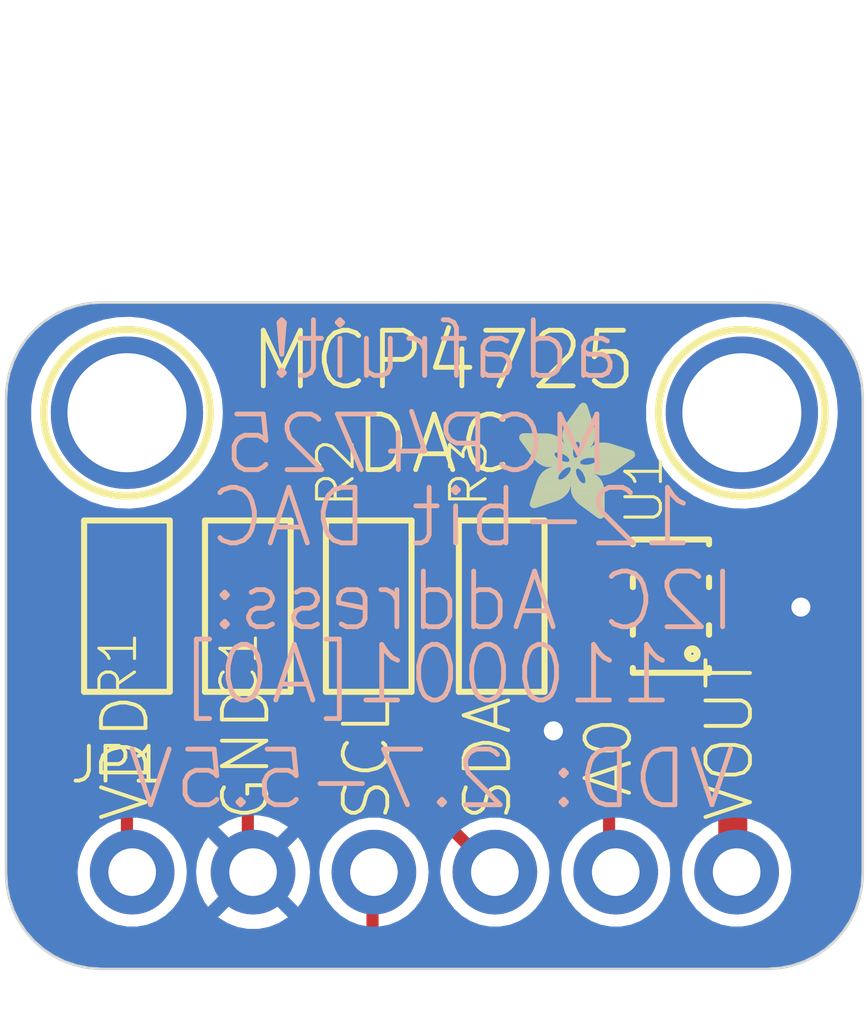
<source format=kicad_pcb>
(kicad_pcb (version 20221018) (generator pcbnew)
  (layers (0 "F.Cu" signal) (31 "B.Cu" signal) (34 "B.Paste" user) (35 "F.Paste" user) (36 "B.SilkS" user "B.Silkscreen") (37 "F.SilkS" user "F.Silkscreen") (38 "B.Mask" user) (39 "F.Mask" user) (44 "Edge.Cuts" user))
  (net 0 "")
  (net 1 "SCL")
  (net 2 "SDA")
  (net 3 "VDD")
  (net 4 "GND")
  (net 5 "VOUT")
  (net 6 "A0")
  (footprint "working:0805" (layer "F.Cu") (at 142.0411 104.3836 -90)
    (fp_text reference "R1" (at 2.032 -0.254 -90) (layer "F.SilkS") (effects (font (size 0.747776 0.747776) (thickness 0.065024)) (justify left bottom)))
    (fp_text value "10K")
    (pad "1" smd rect (at -0.95 0 270) (size 1.3 1.5) (layers "F.Cu" "F.Paste" "F.Mask") (net 1 "SCL"))
    (pad "2" smd rect (at 0.95 0 270) (size 1.3 1.5) (layers "F.Cu" "F.Paste" "F.Mask") (net 3 "VDD"))
  )
  (footprint "working:0805" (layer "F.Cu") (at 149.9151 104.3836 90)
    (fp_text reference "R3" (at 2.032 -0.254 90) (layer "F.SilkS") (effects (font (size 0.747776 0.747776) (thickness 0.065024)) (justify left bottom)))
    (fp_text value "10K")
    (pad "1" smd rect (at -0.95 0 90) (size 1.3 1.5) (layers "F.Cu" "F.Paste" "F.Mask") (net 4 "GND"))
    (pad "2" smd rect (at 0.95 0 90) (size 1.3 1.5) (layers "F.Cu" "F.Paste" "F.Mask") (net 6 "A0"))
  )
  (footprint "working:ADAFRUIT_2.5MM" (layer "F.Cu") (at 150.2811 102.5436)
    (fp_text reference "U$11" hide)
    (fp_text value "" hide)
  )
  (footprint "working:MOUNTINGHOLE_2.5_PLATED" (layer "F.Cu") (at 154.9611 100.3196)
    (fp_text reference "U$8" hide)
    (fp_text value "MOUNTINGHOLE2.5" hide)
    (pad "P$1" thru_hole circle (at 0 0) (size 3.2 3.2) (drill 2.5) (layers "*.Cu" "*.Mask"))
    (zone (net 0) (net_name "") (layer "B.Cu") (connect_pads (clearance 0)) (min_thickness 0.25)
      (keepout (tracks not_allowed) (vias not_allowed) (pads not_allowed) (copperpour not_allowed) (footprints allowed))
      (fill (thermal_gap 0.5) (thermal_bridge_width 0.5))
      (polygon (pts (xy 156.9771 100.3196) (xy 156.95748 100.039027) (xy 156.899004 99.763915) (xy 156.802808 99.499619) (xy 156.670765 99.251283) (xy 156.505446 99.02374) (xy 156.310067 98.82142) (xy 156.088433 98.64826) (xy 155.844856 98.507631) (xy 155.584078 98.40227) (xy 155.311175 98.334228) (xy 155.031457 98.304828) (xy 154.750371 98.314644) (xy 154.473385 98.363484) (xy 154.205893 98.450397) (xy 153.9531 98.573693) (xy 153.719926 98.73097) (xy 153.510911 98.919169) (xy 153.330122 99.134625) (xy 153.181078 99.373145) (xy 153.06668 99.630087) (xy 152.989154 99.90045) (xy 152.950011 100.178971) (xy 152.950011 100.460229) (xy 152.989154 100.73875) (xy 153.06668 101.009113) (xy 153.181078 101.266055) (xy 153.330122 101.504575) (xy 153.510911 101.720031) (xy 153.719926 101.90823) (xy 153.9531 102.065507) (xy 154.205893 102.188803) (xy 154.473385 102.275716) (xy 154.750371 102.324556) (xy 155.031457 102.334372) (xy 155.311175 102.304972) (xy 155.584078 102.23693) (xy 155.844856 102.131569) (xy 156.088433 101.99094) (xy 156.310067 101.81778) (xy 156.505446 101.61546) (xy 156.670765 101.387917) (xy 156.802808 101.139581) (xy 156.899004 100.875285) (xy 156.95748 100.600173)))
      (polygon (pts (xy 154.9451 100.3196) (xy 154.949786 100.330914) (xy 154.9611 100.3356) (xy 154.972414 100.330914) (xy 154.9771 100.3196) (xy 154.972414 100.308286) (xy 154.9611 100.3036) (xy 154.949786 100.308286)))
    )
  )
  (footprint "working:FIDUCIAL_1MM" (layer "F.Cu") (at 156.3171 108.1916)
    (fp_text reference "FID1" hide)
    (fp_text value "FIDUCIAL\"\"" hide)
    (pad "1" smd roundrect (at 0 0) (size 1 1) (layers "F.Cu") (roundrect_rratio 0.5))
  )
  (footprint "working:0805" (layer "F.Cu") (at 144.5811 104.3836 -90)
    (fp_text reference "C1" (at 2.032 -0.254 -90) (layer "F.SilkS") (effects (font (size 0.747776 0.747776) (thickness 0.065024)) (justify left bottom)))
    (fp_text value "1.0µF")
    (pad "1" smd rect (at -0.95 0 270) (size 1.3 1.5) (layers "F.Cu" "F.Paste" "F.Mask") (net 3 "VDD"))
    (pad "2" smd rect (at 0.95 0 270) (size 1.3 1.5) (layers "F.Cu" "F.Paste" "F.Mask") (net 4 "GND"))
  )
  (footprint "working:0805" (layer "F.Cu") (at 147.1211 104.3836 90)
    (fp_text reference "R2" (at 2.032 -0.254 90) (layer "F.SilkS") (effects (font (size 0.747776 0.747776) (thickness 0.065024)) (justify left bottom)))
    (fp_text value "10K")
    (pad "1" smd rect (at -0.95 0 90) (size 1.3 1.5) (layers "F.Cu" "F.Paste" "F.Mask") (net 2 "SDA"))
    (pad "2" smd rect (at 0.95 0 90) (size 1.3 1.5) (layers "F.Cu" "F.Paste" "F.Mask") (net 3 "VDD"))
  )
  (footprint "working:1X06_ROUND_70" (layer "F.Cu") (at 148.5011 109.9716)
    (fp_text reference "JP1" (at -7.6962 -1.8288) (layer "F.SilkS") (effects (font (size 0.73152 0.73152) (thickness 0.08128)) (justify left bottom)))
    (fp_text value "")
    (pad "1" thru_hole circle (at -6.35 0 90) (size 1.778 1.778) (drill 1) (layers "*.Cu" "*.Mask") (net 3 "VDD"))
    (pad "2" thru_hole circle (at -3.81 0 90) (size 1.778 1.778) (drill 1) (layers "*.Cu" "*.Mask") (net 4 "GND"))
    (pad "3" thru_hole circle (at -1.27 0 90) (size 1.778 1.778) (drill 1) (layers "*.Cu" "*.Mask") (net 1 "SCL"))
    (pad "4" thru_hole circle (at 1.27 0 90) (size 1.778 1.778) (drill 1) (layers "*.Cu" "*.Mask") (net 2 "SDA"))
    (pad "5" thru_hole circle (at 3.81 0 90) (size 1.778 1.778) (drill 1) (layers "*.Cu" "*.Mask") (net 6 "A0"))
    (pad "6" thru_hole circle (at 6.35 0 90) (size 1.778 1.778) (drill 1) (layers "*.Cu" "*.Mask") (net 5 "VOUT"))
  )
  (footprint "working:SOT23-6" (layer "F.Cu") (at 153.4711 104.3836 90)
    (fp_text reference "U1" (at 1.651 -0.127 90) (layer "F.SilkS") (effects (font (size 0.747776 0.747776) (thickness 0.065024)) (justify left bottom)))
    (fp_text value "MCP4725A1T-E/CH")
    (pad "1" smd rect (at -0.95 1.3 90) (size 0.55 1.2) (layers "F.Cu" "F.Paste" "F.Mask") (net 5 "VOUT"))
    (pad "2" smd rect (at 0 1.3 90) (size 0.55 1.2) (layers "F.Cu" "F.Paste" "F.Mask") (net 4 "GND"))
    (pad "3" smd rect (at 0.95 1.3 90) (size 0.55 1.2) (layers "F.Cu" "F.Paste" "F.Mask") (net 3 "VDD"))
    (pad "4" smd rect (at 0.95 -1.3 90) (size 0.55 1.2) (layers "F.Cu" "F.Paste" "F.Mask") (net 2 "SDA"))
    (pad "5" smd rect (at 0 -1.3 90) (size 0.55 1.2) (layers "F.Cu" "F.Paste" "F.Mask") (net 1 "SCL"))
    (pad "6" smd rect (at -0.95 -1.3 90) (size 0.55 1.2) (layers "F.Cu" "F.Paste" "F.Mask") (net 6 "A0"))
  )
  (footprint "working:FIDUCIAL_1MM" (layer "F.Cu") (at 145.0891 101.3356)
    (fp_text reference "FID2" hide)
    (fp_text value "FIDUCIAL\"\"" hide)
    (pad "1" smd roundrect (at 0 0) (size 1 1) (layers "F.Cu") (roundrect_rratio 0.5))
  )
  (footprint "working:MOUNTINGHOLE_2.5_PLATED" (layer "F.Cu") (at 142.0411 100.3196)
    (fp_text reference "U$7" hide)
    (fp_text value "MOUNTINGHOLE2.5" hide)
    (pad "P$1" thru_hole circle (at 0 0) (size 3.2 3.2) (drill 2.5) (layers "*.Cu" "*.Mask"))
    (zone (net 0) (net_name "") (layer "B.Cu") (connect_pads (clearance 0)) (min_thickness 0.25)
      (keepout (tracks not_allowed) (vias not_allowed) (pads not_allowed) (copperpour not_allowed) (footprints allowed))
      (fill (thermal_gap 0.5) (thermal_bridge_width 0.5))
      (polygon (pts (xy 144.0571 100.3196) (xy 144.03748 100.039027) (xy 143.979004 99.763915) (xy 143.882808 99.499619) (xy 143.750765 99.251283) (xy 143.585446 99.02374) (xy 143.390067 98.82142) (xy 143.168433 98.64826) (xy 142.924856 98.507631) (xy 142.664078 98.40227) (xy 142.391175 98.334228) (xy 142.111457 98.304828) (xy 141.830371 98.314644) (xy 141.553385 98.363484) (xy 141.285893 98.450397) (xy 141.0331 98.573693) (xy 140.799926 98.73097) (xy 140.590911 98.919169) (xy 140.410122 99.134625) (xy 140.261078 99.373145) (xy 140.14668 99.630087) (xy 140.069154 99.90045) (xy 140.030011 100.178971) (xy 140.030011 100.460229) (xy 140.069154 100.73875) (xy 140.14668 101.009113) (xy 140.261078 101.266055) (xy 140.410122 101.504575) (xy 140.590911 101.720031) (xy 140.799926 101.90823) (xy 141.0331 102.065507) (xy 141.285893 102.188803) (xy 141.553385 102.275716) (xy 141.830371 102.324556) (xy 142.111457 102.334372) (xy 142.391175 102.304972) (xy 142.664078 102.23693) (xy 142.924856 102.131569) (xy 143.168433 101.99094) (xy 143.390067 101.81778) (xy 143.585446 101.61546) (xy 143.750765 101.387917) (xy 143.882808 101.139581) (xy 143.979004 100.875285) (xy 144.03748 100.600173)))
      (polygon (pts (xy 142.0251 100.3196) (xy 142.029786 100.330914) (xy 142.0411 100.3356) (xy 142.052414 100.330914) (xy 142.0571 100.3196) (xy 142.052414 100.308286) (xy 142.0411 100.3036) (xy 142.029786 100.308286)))
    )
  )
  (gr_line (start 155.5011 112.0036) (end 141.5011 112.0036) (stroke (width 0.05)) (layer "Edge.Cuts"))
  (gr_line (start 139.5011 110.0036) (end 139.5011 100.0036) (stroke (width 0.05)) (layer "Edge.Cuts"))
  (gr_arc (start 157.5011 110.0036) (mid 156.915314 111.417814) (end 155.5011 112.0036) (stroke (width 0.05)) (layer "Edge.Cuts"))
  (gr_arc (start 139.5011 100.0036) (mid 140.086886 98.589386) (end 141.5011 98.0036) (stroke (width 0.05)) (layer "Edge.Cuts"))
  (gr_line (start 157.5011 100.0036) (end 157.5011 110.0036) (stroke (width 0.05)) (layer "Edge.Cuts"))
  (gr_arc (start 141.5011 112.0036) (mid 140.086886 111.417814) (end 139.5011 110.0036) (stroke (width 0.05)) (layer "Edge.Cuts"))
  (gr_line (start 141.5011 98.0036) (end 155.5011 98.0036) (stroke (width 0.05)) (layer "Edge.Cuts"))
  (gr_arc (start 155.5011 98.0036) (mid 156.915314 98.589386) (end 157.5011 100.0036) (stroke (width 0.05)) (layer "Edge.Cuts"))
  (gr_text "110001[A0]" (at 153.5811 106.5036) (layer "B.SilkS") (effects (font (size 1.1684 1.1684) (thickness 0.1016)) (justify left bottom mirror)))
  (gr_text "VDD: 2.7-5.5V" (at 154.9011 108.7036) (layer "B.SilkS") (effects (font (size 1.1684 1.1684) (thickness 0.1016)) (justify left bottom mirror)))
  (gr_text "adafruit!" (at 152.4811 99.6836) (layer "B.SilkS") (effects (font (size 1.1684 1.1684) (thickness 0.1016)) (justify left bottom mirror)))
  (gr_text "MCP4725" (at 152.2611 101.6636) (layer "B.SilkS") (effects (font (size 1.1684 1.1684) (thickness 0.1016)) (justify left bottom mirror)))
  (gr_text "I2C Address:" (at 154.9011 104.9636) (layer "B.SilkS") (effects (font (size 1.1684 1.1684) (thickness 0.1016)) (justify left bottom mirror)))
  (gr_text "12-bit DAC" (at 154.0211 103.2036) (layer "B.SilkS") (effects (font (size 1.1684 1.1684) (thickness 0.1016)) (justify left bottom mirror)))
  (gr_text "DAC" (at 146.7611 101.6636) (layer "F.SilkS") (effects (font (size 1.1684 1.1684) (thickness 0.1016)) (justify left bottom)))
  (gr_text "SCL" (at 147.6291 108.9556 90) (layer "F.SilkS") (effects (font (size 0.93472 0.93472) (thickness 0.08128)) (justify left bottom)))
  (gr_text "MCP4725" (at 144.5611 99.9036) (layer "F.SilkS") (effects (font (size 1.1684 1.1684) (thickness 0.1016)) (justify left bottom)))
  (gr_text "A0" (at 152.7091 108.4476 90) (layer "F.SilkS") (effects (font (size 0.93472 0.93472) (thickness 0.08128)) (justify left bottom)))
  (gr_text "SDA" (at 150.1691 108.9556 90) (layer "F.SilkS") (effects (font (size 0.93472 0.93472) (thickness 0.08128)) (justify left bottom)))
  (gr_text "VDD" (at 142.5491 108.9556 90) (layer "F.SilkS") (effects (font (size 0.93472 0.93472) (thickness 0.08128)) (justify left bottom)))
  (gr_text "GND" (at 145.0891 108.9556 90) (layer "F.SilkS") (effects (font (size 0.93472 0.93472) (thickness 0.08128)) (justify left bottom)))
  (gr_text "VOUT" (at 155.2491 108.9556 90) (layer "F.SilkS") (effects (font (size 0.93472 0.93472) (thickness 0.08128)) (justify left bottom)))
  (segment (start 141.4811 111.3436) (end 146.9811 111.3436) (width 0.254) (layer "F.Cu") (net 1))
  (segment (start 147.2011 111.1236) (end 147.2011 110.0016) (width 0.254) (layer "F.Cu") (net 1))
  (segment (start 153.5811 111.1236) (end 153.3611 111.3436) (width 0.254) (layer "F.Cu") (net 1))
  (segment (start 147.2011 111.3436) (end 147.6411 111.3436) (width 0.254) (layer "F.Cu") (net 1))
  (segment (start 147.2011 111.1236) (end 147.2011 111.3436) (width 0.254) (layer "F.Cu") (net 1))
  (segment (start 140.8111 103.4336) (end 140.6011 103.6436) (width 0.254) (layer "F.Cu") (net 1))
  (segment (start 153.5811 104.5236) (end 153.5811 111.1236) (width 0.254) (layer "F.Cu") (net 1))
  (segment (start 140.6011 110.4636) (end 141.4811 111.3436) (width 0.254) (layer "F.Cu") (net 1))
  (segment (start 152.1711 104.3836) (end 153.4411 104.3836) (width 0.254) (layer "F.Cu") (net 1))
  (segment (start 153.4411 104.3836) (end 153.5811 104.5236) (width 0.254) (layer "F.Cu") (net 1))
  (segment (start 146.9811 111.3436) (end 147.2011 111.3436) (width 0.254) (layer "F.Cu") (net 1))
  (segment (start 153.3611 111.3436) (end 147.6411 111.3436) (width 0.254) (layer "F.Cu") (net 1))
  (segment (start 140.6011 103.6436) (end 140.6011 110.4636) (width 0.254) (layer "F.Cu") (net 1))
  (segment (start 147.2011 110.0016) (end 147.2311 109.9716) (width 0.254) (layer "F.Cu") (net 1))
  (segment (start 142.0411 103.4336) (end 140.8111 103.4336) (width 0.254) (layer "F.Cu") (net 1))
  (segment (start 147.6411 111.3436) (end 147.4211 111.3436) (width 0.254) (layer "F.Cu") (net 1))
  (segment (start 148.6451 105.1456) (end 148.3911 105.3996) (width 0.254) (layer "F.Cu") (net 2))
  (segment (start 147.1211 107.3216) (end 149.7711 109.9716) (width 0.254) (layer "F.Cu") (net 2))
  (segment (start 152.1711 102.5756) (end 151.6931 102.0976) (width 0.254) (layer "F.Cu") (net 2))
  (segment (start 152.1711 103.4336) (end 152.1711 102.5756) (width 0.254) (layer "F.Cu") (net 2))
  (segment (start 151.6931 102.0976) (end 148.8991 102.0976) (width 0.254) (layer "F.Cu") (net 2))
  (segment (start 147.1871 105.3996) (end 147.1211 105.3336) (width 0.254) (layer "F.Cu") (net 2))
  (segment (start 148.6451 102.3516) (end 148.6451 105.1456) (width 0.254) (layer "F.Cu") (net 2))
  (segment (start 148.3911 105.3996) (end 147.1871 105.3996) (width 0.254) (layer "F.Cu") (net 2))
  (segment (start 147.1211 105.3336) (end 147.1211 107.3216) (width 0.254) (layer "F.Cu") (net 2))
  (segment (start 148.8991 102.0976) (end 148.6451 102.3516) (width 0.254) (layer "F.Cu") (net 2))
  (segment (start 142.0411 105.3336) (end 143.1231 105.3336) (width 0.254) (layer "F.Cu") (net 3))
  (segment (start 144.5811 103.4336) (end 147.1211 103.4336) (width 0.254) (layer "F.Cu") (net 3))
  (segment (start 154.7711 102.8896) (end 154.4871 102.6056) (width 0.254) (layer "F.Cu") (net 3))
  (segment (start 154.4871 102.6056) (end 153.2171 102.6056) (width 0.254) (layer "F.Cu") (net 3))
  (segment (start 154.7711 103.4336) (end 154.7711 102.8896) (width 0.254) (layer "F.Cu") (net 3))
  (segment (start 143.3111 105.1456) (end 143.3111 103.6216) (width 0.254) (layer "F.Cu") (net 3))
  (segment (start 144.5151 103.3676) (end 144.5811 103.4336) (width 0.254) (layer "F.Cu") (net 3))
  (segment (start 153.2171 102.6056) (end 152.2011 101.5896) (width 0.254) (layer "F.Cu") (net 3))
  (segment (start 147.6291 101.5896) (end 147.1211 102.0976) (width 0.254) (layer "F.Cu") (net 3))
  (segment (start 147.1211 102.0976) (end 147.1211 103.4336) (width 0.254) (layer "F.Cu") (net 3))
  (segment (start 142.0411 105.3336) (end 142.0411 109.8616) (width 0.254) (layer "F.Cu") (net 3))
  (segment (start 142.0411 109.8616) (end 142.1511 109.9716) (width 0.254) (layer "F.Cu") (net 3))
  (segment (start 143.1231 105.3336) (end 143.3111 105.1456) (width 0.254) (layer "F.Cu") (net 3))
  (segment (start 152.2011 101.5896) (end 147.6291 101.5896) (width 0.254) (layer "F.Cu") (net 3))
  (segment (start 143.5651 103.3676) (end 144.5151 103.3676) (width 0.254) (layer "F.Cu") (net 3))
  (segment (start 143.3111 103.6216) (end 143.5651 103.3676) (width 0.254) (layer "F.Cu") (net 3))
  (segment (start 144.5811 105.3336) (end 144.5811 109.8616) (width 0.254) (layer "F.Cu") (net 4))
  (segment (start 154.7711 104.3836) (end 156.1811 104.3836) (width 0.254) (layer "F.Cu") (net 4))
  (segment (start 156.1811 104.3836) (end 156.2011 104.4036) (width 0.254) (layer "F.Cu") (net 4))
  (segment (start 149.9151 105.3336) (end 149.9151 105.9176) (width 0.254) (layer "F.Cu") (net 4))
  (segment (start 149.9151 105.9176) (end 151.0011 107.0036) (width 0.254) (layer "F.Cu") (net 4))
  (segment (start 144.5811 109.8616) (end 144.6911 109.9716) (width 0.254) (layer "F.Cu") (net 4))
  (via (at 156.2011 104.4036) (size 0.908) (drill 0.4) (layers "F.Cu" "B.Cu") (net 4))
  (via (at 151.0011 107.0036) (size 0.908) (drill 0.4) (layers "F.Cu" "B.Cu") (net 4))
  (segment (start 151.0011 107.0036) (end 151.0011 107.2036) (width 0.254) (layer "B.Cu") (net 4))
  (segment (start 156.2011 104.4036) (end 156.2011 104.2036) (width 0.254) (layer "B.Cu") (net 4))
  (segment (start 154.7711 105.3336) (end 154.7711 109.8916) (width 0.6096) (layer "F.Cu") (net 5))
  (segment (start 154.7711 109.8916) (end 154.8511 109.9716) (width 0.6096) (layer "F.Cu") (net 5))
  (segment (start 151.1851 103.6216) (end 150.9311 103.3676) (width 0.254) (layer "F.Cu") (net 6))
  (segment (start 150.9311 103.3676) (end 149.9811 103.3676) (width 0.254) (layer "F.Cu") (net 6))
  (segment (start 152.1711 105.3336) (end 151.3731 105.3336) (width 0.254) (layer "F.Cu") (net 6))
  (segment (start 152.1711 109.1796) (end 152.1711 109.8316) (width 0.254) (layer "F.Cu") (net 6))
  (segment (start 149.9811 103.3676) (end 149.9151 103.4336) (width 0.254) (layer "F.Cu") (net 6))
  (segment (start 151.3731 105.3336) (end 151.1851 105.1456) (width 0.254) (layer "F.Cu") (net 6))
  (segment (start 152.1711 105.3336) (end 152.1711 109.1796) (width 0.254) (layer "F.Cu") (net 6))
  (segment (start 151.1851 105.1456) (end 151.1851 103.6216) (width 0.254) (layer "F.Cu") (net 6))
  (segment (start 152.1711 109.8316) (end 152.3111 109.9716) (width 0.254) (layer "F.Cu") (net 6))
  (zone (net 4) (net_name "GND") (layer "B.Cu") (priority 6) (connect_pads (clearance 0.254)) (min_thickness 0.127) (fill yes (thermal_gap 0.304) (thermal_bridge_width 0.304))
    (polygon (pts (xy 157.6281 112.1306) (xy 139.3741 112.1306) (xy 139.3741 97.8766) (xy 157.6281 97.8766)))
  )
)
</source>
